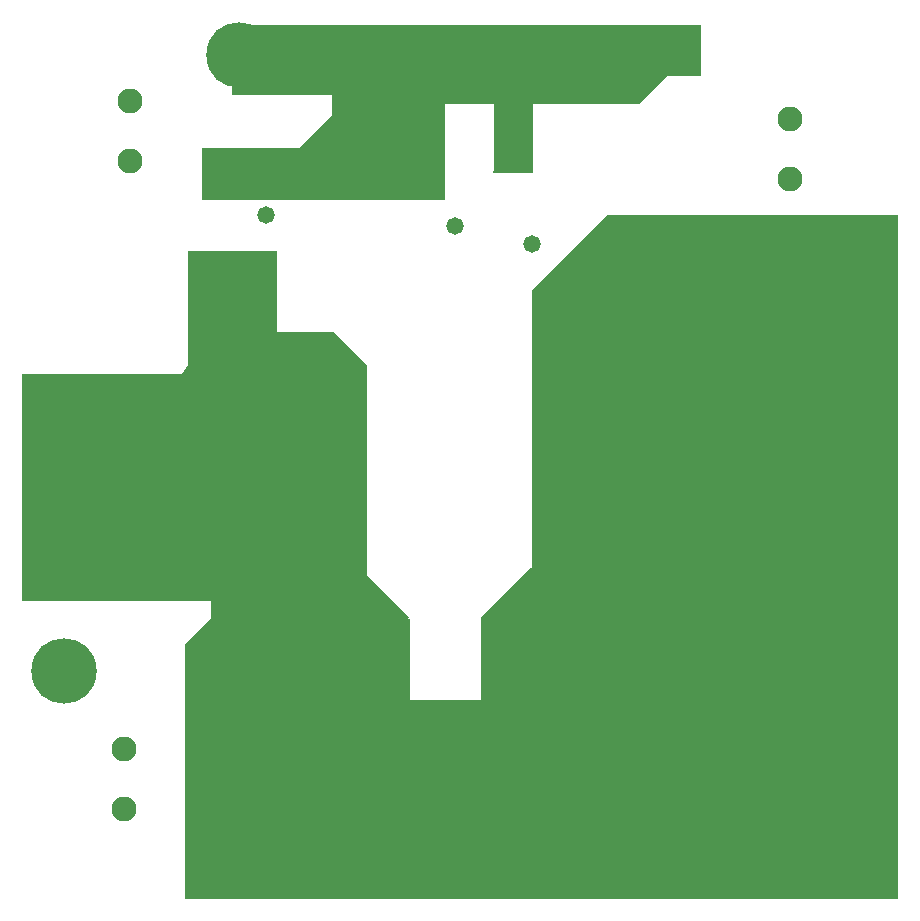
<source format=gbs>
G04*
G04 #@! TF.GenerationSoftware,Altium Limited,Altium Designer,22.9.1 (49)*
G04*
G04 Layer_Color=16711935*
%FSLAX25Y25*%
%MOIN*%
G70*
G04*
G04 #@! TF.SameCoordinates,F90F1F70-A081-4BF1-957E-811509834440*
G04*
G04*
G04 #@! TF.FilePolarity,Negative*
G04*
G01*
G75*
%ADD45C,0.08300*%
%ADD46C,0.21800*%
%ADD47C,0.05800*%
G36*
X230500Y278500D02*
X219000D01*
X210000Y269500D01*
Y269000D01*
X174500D01*
Y246000D01*
X161153D01*
X160962Y246462D01*
X161500Y247000D01*
Y269000D01*
X145000D01*
Y237000D01*
X64000D01*
Y254500D01*
X96500D01*
X107500Y265500D01*
X107500Y272500D01*
X107000Y272000D01*
X74000D01*
Y295500D01*
X230500D01*
Y278500D01*
D02*
G37*
G36*
X296000Y4000D02*
X58500D01*
Y70500D01*
Y89000D01*
X67000Y97500D01*
Y103500D01*
X4000D01*
Y179000D01*
X57500D01*
X59500Y182000D01*
Y220000D01*
X89000D01*
Y193000D01*
X108000D01*
X119000Y182000D01*
Y112000D01*
X133038Y97962D01*
X132847Y97500D01*
X133500D01*
Y70500D01*
X157000D01*
Y98000D01*
X173500Y114500D01*
X174000D01*
Y207000D01*
X199000Y232000D01*
X296000D01*
Y4000D01*
D02*
G37*
D45*
X260000Y264000D02*
D03*
Y244000D02*
D03*
X38000Y34000D02*
D03*
Y54000D02*
D03*
X40000Y250000D02*
D03*
Y270000D02*
D03*
D46*
X18000Y80000D02*
D03*
X271000Y197000D02*
D03*
X277500Y25500D02*
D03*
X76500Y285500D02*
D03*
D47*
X85500Y232000D02*
D03*
X148500Y228500D02*
D03*
X174000Y222500D02*
D03*
M02*

</source>
